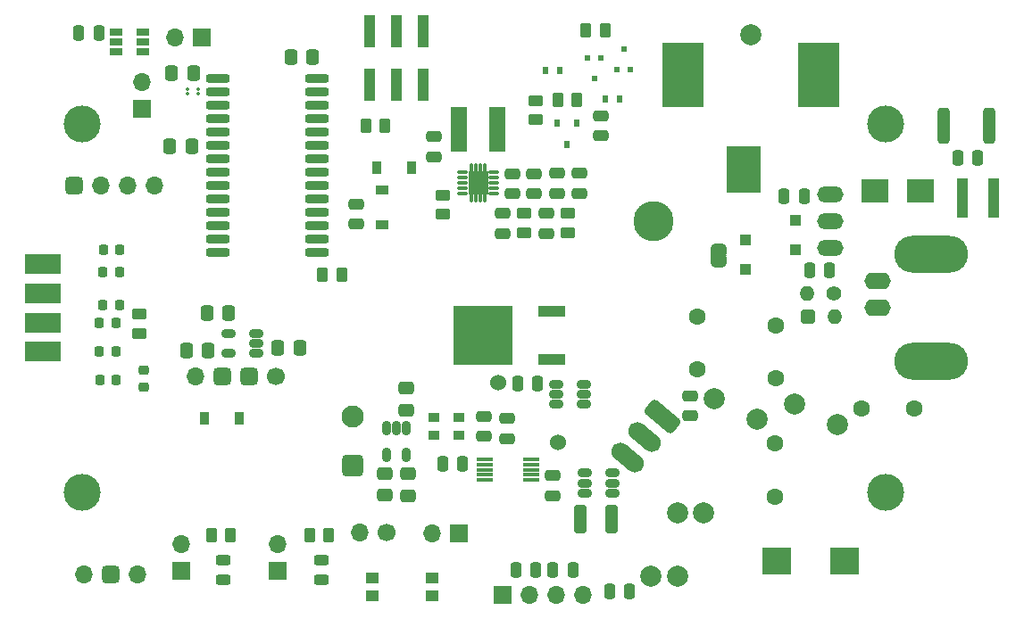
<source format=gbr>
%TF.GenerationSoftware,KiCad,Pcbnew,(6.0.4-0)*%
%TF.CreationDate,2023-12-08T20:21:06-05:00*%
%TF.ProjectId,SignalSlinger,5369676e-616c-4536-9c69-6e6765722e6b,rev?*%
%TF.SameCoordinates,Original*%
%TF.FileFunction,Soldermask,Top*%
%TF.FilePolarity,Negative*%
%FSLAX46Y46*%
G04 Gerber Fmt 4.6, Leading zero omitted, Abs format (unit mm)*
G04 Created by KiCad (PCBNEW (6.0.4-0)) date 2023-12-08 20:21:06*
%MOMM*%
%LPD*%
G01*
G04 APERTURE LIST*
G04 Aperture macros list*
%AMRoundRect*
0 Rectangle with rounded corners*
0 $1 Rounding radius*
0 $2 $3 $4 $5 $6 $7 $8 $9 X,Y pos of 4 corners*
0 Add a 4 corners polygon primitive as box body*
4,1,4,$2,$3,$4,$5,$6,$7,$8,$9,$2,$3,0*
0 Add four circle primitives for the rounded corners*
1,1,$1+$1,$2,$3*
1,1,$1+$1,$4,$5*
1,1,$1+$1,$6,$7*
1,1,$1+$1,$8,$9*
0 Add four rect primitives between the rounded corners*
20,1,$1+$1,$2,$3,$4,$5,0*
20,1,$1+$1,$4,$5,$6,$7,0*
20,1,$1+$1,$6,$7,$8,$9,0*
20,1,$1+$1,$8,$9,$2,$3,0*%
%AMHorizOval*
0 Thick line with rounded ends*
0 $1 width*
0 $2 $3 position (X,Y) of the first rounded end (center of the circle)*
0 $4 $5 position (X,Y) of the second rounded end (center of the circle)*
0 Add line between two ends*
20,1,$1,$2,$3,$4,$5,0*
0 Add two circle primitives to create the rounded ends*
1,1,$1,$2,$3*
1,1,$1,$4,$5*%
%AMFreePoly0*
4,1,22,0.500000,-0.750000,0.000000,-0.750000,0.000000,-0.745033,-0.079941,-0.743568,-0.215256,-0.701293,-0.333266,-0.622738,-0.424486,-0.514219,-0.481581,-0.384460,-0.499164,-0.250000,-0.500000,-0.250000,-0.500000,0.250000,-0.499164,0.250000,-0.499963,0.256109,-0.478152,0.396186,-0.417904,0.524511,-0.324060,0.630769,-0.204165,0.706417,-0.067858,0.745374,0.000000,0.744959,0.000000,0.750000,
0.500000,0.750000,0.500000,-0.750000,0.500000,-0.750000,$1*%
%AMFreePoly1*
4,1,20,0.000000,0.744959,0.073905,0.744508,0.209726,0.703889,0.328688,0.626782,0.421226,0.519385,0.479903,0.390333,0.500000,0.250000,0.500000,-0.250000,0.499851,-0.262216,0.476331,-0.402017,0.414519,-0.529596,0.319384,-0.634700,0.198574,-0.708877,0.061801,-0.746166,0.000000,-0.745033,0.000000,-0.750000,-0.500000,-0.750000,-0.500000,0.750000,0.000000,0.750000,0.000000,0.744959,
0.000000,0.744959,$1*%
G04 Aperture macros list end*
%ADD10R,1.700000X1.700000*%
%ADD11O,1.700000X1.700000*%
%ADD12RoundRect,0.070000X-0.140000X-0.140000X0.140000X-0.140000X0.140000X0.140000X-0.140000X0.140000X0*%
%ADD13O,0.990000X0.420000*%
%ADD14C,0.720000*%
%ADD15RoundRect,0.060000X-0.115000X-0.300000X0.115000X-0.300000X0.115000X0.300000X-0.115000X0.300000X0*%
%ADD16RoundRect,0.060000X-0.325000X-0.450000X0.325000X-0.450000X0.325000X0.450000X-0.325000X0.450000X0*%
%ADD17RoundRect,0.060000X-0.125000X-0.350000X0.125000X-0.350000X0.125000X0.350000X-0.125000X0.350000X0*%
%ADD18RoundRect,0.060000X-0.850000X-1.075000X0.850000X-1.075000X0.850000X1.075000X-0.850000X1.075000X0*%
%ADD19RoundRect,0.218750X-0.218750X-0.256250X0.218750X-0.256250X0.218750X0.256250X-0.218750X0.256250X0*%
%ADD20RoundRect,0.250000X-0.262500X-0.450000X0.262500X-0.450000X0.262500X0.450000X-0.262500X0.450000X0*%
%ADD21RoundRect,0.250000X0.337500X0.475000X-0.337500X0.475000X-0.337500X-0.475000X0.337500X-0.475000X0*%
%ADD22RoundRect,0.250000X-0.150000X0.400000X-0.150000X-0.400000X0.150000X-0.400000X0.150000X0.400000X0*%
%ADD23RoundRect,0.350000X-0.350000X-0.350000X0.350000X-0.350000X0.350000X0.350000X-0.350000X0.350000X0*%
%ADD24O,1.400000X1.400000*%
%ADD25RoundRect,0.243750X0.456250X-0.243750X0.456250X0.243750X-0.456250X0.243750X-0.456250X-0.243750X0*%
%ADD26RoundRect,0.250000X-0.475000X0.250000X-0.475000X-0.250000X0.475000X-0.250000X0.475000X0.250000X0*%
%ADD27RoundRect,0.250000X0.450000X-0.262500X0.450000X0.262500X-0.450000X0.262500X-0.450000X-0.262500X0*%
%ADD28R,1.500000X4.200000*%
%ADD29R,0.600000X0.700000*%
%ADD30R,2.500000X2.300000*%
%ADD31RoundRect,0.218750X0.218750X0.256250X-0.218750X0.256250X-0.218750X-0.256250X0.218750X-0.256250X0*%
%ADD32R,1.000000X3.150000*%
%ADD33C,1.700000*%
%ADD34C,1.524000*%
%ADD35C,0.600000*%
%ADD36RoundRect,0.250000X0.475000X-0.250000X0.475000X0.250000X-0.475000X0.250000X-0.475000X-0.250000X0*%
%ADD37R,0.470000X0.600000*%
%ADD38C,2.000000*%
%ADD39R,3.300000X4.400000*%
%ADD40R,3.900000X6.200000*%
%ADD41RoundRect,0.250000X-0.450000X0.262500X-0.450000X-0.262500X0.450000X-0.262500X0.450000X0.262500X0*%
%ADD42RoundRect,0.250000X0.475000X-0.337500X0.475000X0.337500X-0.475000X0.337500X-0.475000X-0.337500X0*%
%ADD43C,3.500000*%
%ADD44RoundRect,0.250000X-0.337500X-0.475000X0.337500X-0.475000X0.337500X0.475000X-0.337500X0.475000X0*%
%ADD45RoundRect,0.250000X0.250000X0.475000X-0.250000X0.475000X-0.250000X-0.475000X0.250000X-0.475000X0*%
%ADD46R,1.220000X0.970000*%
%ADD47R,1.100000X1.100000*%
%ADD48C,0.350000*%
%ADD49R,0.970000X1.220000*%
%ADD50RoundRect,0.250000X-0.475000X0.337500X-0.475000X-0.337500X0.475000X-0.337500X0.475000X0.337500X0*%
%ADD51RoundRect,0.220000X-0.400000X-0.150000X0.400000X-0.150000X0.400000X0.150000X-0.400000X0.150000X0*%
%ADD52RoundRect,0.250000X-0.250000X-0.475000X0.250000X-0.475000X0.250000X0.475000X-0.250000X0.475000X0*%
%ADD53R,1.100000X3.700000*%
%ADD54R,1.000000X0.900000*%
%ADD55RoundRect,0.250000X-0.400000X-0.150000X0.400000X-0.150000X0.400000X0.150000X-0.400000X0.150000X0*%
%ADD56C,1.400000*%
%ADD57RoundRect,0.250000X0.875000X0.150000X-0.875000X0.150000X-0.875000X-0.150000X0.875000X-0.150000X0*%
%ADD58RoundRect,0.218750X-0.256250X0.218750X-0.256250X-0.218750X0.256250X-0.218750X0.256250X0.218750X0*%
%ADD59HorizOval,1.699260X-0.689769X0.578785X0.689769X-0.578785X0*%
%ADD60RoundRect,0.424815X1.288262X-0.526424X-0.742131X1.177278X-1.288262X0.526424X0.742131X-1.177278X0*%
%ADD61RoundRect,0.250000X0.400000X0.150000X-0.400000X0.150000X-0.400000X-0.150000X0.400000X-0.150000X0*%
%ADD62RoundRect,0.250000X0.262500X0.450000X-0.262500X0.450000X-0.262500X-0.450000X0.262500X-0.450000X0*%
%ADD63RoundRect,0.250000X0.312500X1.450000X-0.312500X1.450000X-0.312500X-1.450000X0.312500X-1.450000X0*%
%ADD64RoundRect,0.060000X-0.700000X-0.150000X0.700000X-0.150000X0.700000X0.150000X-0.700000X0.150000X0*%
%ADD65O,2.500000X1.600000*%
%ADD66O,7.000000X3.500000*%
%ADD67R,2.770000X2.550000*%
%ADD68FreePoly0,270.000000*%
%ADD69FreePoly1,270.000000*%
%ADD70RoundRect,0.250000X0.325000X1.100000X-0.325000X1.100000X-0.325000X-1.100000X0.325000X-1.100000X0*%
%ADD71R,2.600000X1.060000*%
%ADD72R,5.700000X5.632000*%
%ADD73R,1.200000X1.000000*%
%ADD74RoundRect,0.425000X-0.425000X0.425000X-0.425000X-0.425000X0.425000X-0.425000X0.425000X0.425000X0*%
%ADD75C,1.600000*%
%ADD76C,2.100000*%
%ADD77RoundRect,0.525000X-0.525000X0.525000X-0.525000X-0.525000X0.525000X-0.525000X0.525000X0.525000X0*%
%ADD78C,3.799840*%
%ADD79O,2.499360X1.501140*%
%ADD80RoundRect,0.425000X0.425000X-0.425000X0.425000X0.425000X-0.425000X0.425000X-0.425000X-0.425000X0*%
%ADD81R,3.480000X1.846667*%
G04 APERTURE END LIST*
D10*
%TO.C,J104*%
X61270000Y-114320000D03*
D11*
X61270000Y-111780000D03*
%TD*%
D12*
%TO.C,U203*%
X87631000Y-76550000D03*
D13*
X87916000Y-76550000D03*
X87916000Y-77050000D03*
D12*
X87631000Y-77050000D03*
D13*
X87916000Y-77550000D03*
D12*
X87631000Y-77550000D03*
X87631000Y-78050000D03*
D13*
X87916000Y-78050000D03*
X87916000Y-78550000D03*
D12*
X87631000Y-78550000D03*
D13*
X90866000Y-78550000D03*
D12*
X91151000Y-78550000D03*
X91151000Y-78050000D03*
D13*
X90866000Y-78050000D03*
X90866000Y-77550000D03*
D12*
X91151000Y-77550000D03*
X91151000Y-77050000D03*
D13*
X90866000Y-77050000D03*
D12*
X91151000Y-76550000D03*
D13*
X90866000Y-76550000D03*
D14*
X88891000Y-77050000D03*
D15*
X89991000Y-76125000D03*
X89591000Y-78975000D03*
X89591000Y-76125000D03*
D14*
X88891000Y-78050000D03*
D16*
X89826000Y-76990000D03*
D17*
X89991000Y-76125000D03*
D16*
X88956000Y-76990000D03*
D17*
X89591000Y-78975000D03*
D14*
X89391000Y-77550000D03*
D15*
X89191000Y-76125000D03*
D16*
X88956000Y-78110000D03*
D17*
X89991000Y-78975000D03*
D15*
X89991000Y-78975000D03*
D16*
X89826000Y-78110000D03*
D15*
X88791000Y-76125000D03*
D17*
X89191000Y-78975000D03*
D14*
X89891000Y-78050000D03*
D18*
X89391000Y-77550000D03*
D14*
X89891000Y-77050000D03*
D17*
X88791000Y-76125000D03*
X89191000Y-76125000D03*
D15*
X88791000Y-78975000D03*
D17*
X88791000Y-78975000D03*
X89591000Y-76125000D03*
D15*
X89191000Y-78975000D03*
%TD*%
D19*
%TO.C,D106*%
X53472500Y-93550000D03*
X55047500Y-93550000D03*
%TD*%
D20*
%TO.C,R104*%
X64080000Y-110970000D03*
X65905000Y-110970000D03*
%TD*%
D21*
%TO.C,C102*%
X73697500Y-65560000D03*
X71622500Y-65560000D03*
%TD*%
D22*
%TO.C,U202*%
X82609792Y-100780000D03*
X81659792Y-100780000D03*
X80709792Y-100780000D03*
X80709792Y-103380000D03*
X82609792Y-103380000D03*
%TD*%
D23*
%TO.C,R1*%
X120660000Y-90220000D03*
D24*
X123200000Y-90220000D03*
%TD*%
D25*
%TO.C,D103*%
X65185000Y-115237500D03*
X65185000Y-113362500D03*
%TD*%
D26*
%TO.C,C108*%
X96450000Y-105340000D03*
X96450000Y-107240000D03*
%TD*%
D10*
%TO.C,J203*%
X57490000Y-70525000D03*
D11*
X57490000Y-67985000D03*
%TD*%
D27*
%TO.C,R202*%
X97920000Y-82272500D03*
X97920000Y-80447500D03*
%TD*%
D28*
%TO.C,L202*%
X87590000Y-72430000D03*
X91190000Y-72430000D03*
%TD*%
D19*
%TO.C,D110*%
X53812500Y-89090000D03*
X55387500Y-89090000D03*
%TD*%
D29*
%TO.C,D201*%
X98750000Y-71870000D03*
X96850000Y-71870000D03*
X97800000Y-73870000D03*
%TD*%
D27*
%TO.C,R103*%
X94890000Y-71542500D03*
X94890000Y-69717500D03*
%TD*%
D30*
%TO.C,D202*%
X131320000Y-78300000D03*
X127020000Y-78300000D03*
%TD*%
D31*
%TO.C,D109*%
X55407500Y-83840000D03*
X53832500Y-83840000D03*
%TD*%
D32*
%TO.C,P101*%
X79080000Y-68205000D03*
X79080000Y-63155000D03*
X81620000Y-68205000D03*
X81620000Y-63155000D03*
X84160000Y-68205000D03*
X84160000Y-63155000D03*
%TD*%
D33*
%TO.C,J101*%
X80750000Y-110685000D03*
D11*
X78210000Y-110685000D03*
%TD*%
D34*
%TO.C,W101*%
X96950000Y-102160000D03*
D35*
X96950000Y-102160000D03*
D34*
X91293146Y-96503146D03*
D35*
X91293146Y-96503146D03*
%TD*%
D36*
%TO.C,C301*%
X109490000Y-99650000D03*
X109490000Y-97750000D03*
%TD*%
%TO.C,C105*%
X89940000Y-101580000D03*
X89940000Y-99680000D03*
%TD*%
D21*
%TO.C,C101*%
X62397500Y-67150000D03*
X60322500Y-67150000D03*
%TD*%
D37*
%TO.C,Q102*%
X102540000Y-66760000D03*
X103840000Y-66760000D03*
X103190000Y-64860000D03*
%TD*%
D21*
%TO.C,C203*%
X72457500Y-93170000D03*
X70382500Y-93170000D03*
%TD*%
D38*
%TO.C,J201*%
X115280000Y-63460000D03*
D39*
X114580000Y-76260000D03*
D40*
X121730000Y-67260000D03*
X108830000Y-67260000D03*
%TD*%
D41*
%TO.C,R203*%
X93750000Y-80447500D03*
X93750000Y-82272500D03*
%TD*%
D42*
%TO.C,C210*%
X82760000Y-107217500D03*
X82760000Y-105142500D03*
%TD*%
D26*
%TO.C,C212*%
X92610000Y-76670000D03*
X92610000Y-78570000D03*
%TD*%
D10*
%TO.C,J103*%
X87600000Y-110825000D03*
D11*
X85060000Y-110825000D03*
%TD*%
D36*
%TO.C,C213*%
X94650000Y-78580000D03*
X94650000Y-76680000D03*
%TD*%
D43*
%TO.C,REF\u002A\u002A*%
X51855000Y-71950000D03*
%TD*%
D44*
%TO.C,C103*%
X60142500Y-74020000D03*
X62217500Y-74020000D03*
%TD*%
D41*
%TO.C,R106*%
X57260000Y-90007500D03*
X57260000Y-91832500D03*
%TD*%
D45*
%TO.C,C216*%
X53410000Y-63330000D03*
X51510000Y-63330000D03*
%TD*%
%TO.C,C204*%
X136770000Y-75190000D03*
X134870000Y-75190000D03*
%TD*%
%TO.C,C107*%
X87920000Y-104170000D03*
X86020000Y-104170000D03*
%TD*%
D26*
%TO.C,C211*%
X95840000Y-80440000D03*
X95840000Y-82340000D03*
%TD*%
D37*
%TO.C,Q101*%
X101060000Y-65690000D03*
X99760000Y-65690000D03*
X100410000Y-67590000D03*
%TD*%
D25*
%TO.C,D104*%
X74525000Y-115237500D03*
X74525000Y-113362500D03*
%TD*%
D46*
%TO.C,D204*%
X80260000Y-78200000D03*
X80260000Y-81500000D03*
%TD*%
D47*
%TO.C,D113*%
X114780000Y-82980000D03*
X114780000Y-85780000D03*
%TD*%
D20*
%TO.C,R105*%
X73422500Y-110970000D03*
X75247500Y-110970000D03*
%TD*%
D43*
%TO.C,REF\u002A\u002A*%
X128055000Y-71950000D03*
%TD*%
D36*
%TO.C,C205*%
X77840000Y-81450000D03*
X77840000Y-79550000D03*
%TD*%
D48*
%TO.C,X101*%
X61870000Y-69070000D03*
X62870000Y-69070000D03*
X62870000Y-68650000D03*
X61870000Y-68650000D03*
%TD*%
D36*
%TO.C,C106*%
X92100000Y-101820000D03*
X92100000Y-99920000D03*
%TD*%
D45*
%TO.C,R107*%
X94850000Y-114270000D03*
X92950000Y-114270000D03*
%TD*%
D36*
%TO.C,C215*%
X99030000Y-78530000D03*
X99030000Y-76630000D03*
%TD*%
D21*
%TO.C,C202*%
X65727500Y-89880000D03*
X63652500Y-89880000D03*
%TD*%
D49*
%TO.C,D203*%
X66760000Y-99850000D03*
X63460000Y-99850000D03*
%TD*%
D26*
%TO.C,C207*%
X85160000Y-73150000D03*
X85160000Y-75050000D03*
%TD*%
D50*
%TO.C,C209*%
X80570000Y-105112500D03*
X80570000Y-107187500D03*
%TD*%
D51*
%TO.C,U204*%
X55020000Y-63180000D03*
X55020000Y-64130000D03*
X55020000Y-65080000D03*
X57620000Y-65080000D03*
X57620000Y-64130000D03*
X57620000Y-63180000D03*
%TD*%
D29*
%TO.C,D101*%
X101420000Y-69540000D03*
X102820000Y-69540000D03*
%TD*%
D20*
%TO.C,R205*%
X74627500Y-86230000D03*
X76452500Y-86230000D03*
%TD*%
D52*
%TO.C,C113*%
X120840000Y-85830000D03*
X122740000Y-85830000D03*
%TD*%
D19*
%TO.C,D112*%
X53492500Y-96250000D03*
X55067500Y-96250000D03*
%TD*%
D47*
%TO.C,D114*%
X119475000Y-81087500D03*
X119475000Y-83887500D03*
%TD*%
D45*
%TO.C,C114*%
X120310000Y-78770000D03*
X118410000Y-78770000D03*
%TD*%
D52*
%TO.C,C109*%
X93160000Y-96540000D03*
X95060000Y-96540000D03*
%TD*%
D44*
%TO.C,C201*%
X61742500Y-93460000D03*
X63817500Y-93460000D03*
%TD*%
D53*
%TO.C,L201*%
X138290000Y-79000000D03*
X135290000Y-79000000D03*
%TD*%
D54*
%TO.C,X102*%
X87530000Y-99830000D03*
X85230000Y-99830000D03*
X85230000Y-101530000D03*
X87530000Y-101530000D03*
%TD*%
D29*
%TO.C,D102*%
X97140000Y-66830000D03*
X95740000Y-66830000D03*
%TD*%
D55*
%TO.C,U103*%
X96787500Y-96650000D03*
X96787500Y-97600000D03*
X96787500Y-98550000D03*
X99387500Y-98550000D03*
X99387500Y-97600000D03*
X99387500Y-96650000D03*
%TD*%
D10*
%TO.C,J106*%
X70410000Y-114320000D03*
D11*
X70410000Y-111780000D03*
%TD*%
D56*
%TO.C,R2*%
X123100000Y-88040000D03*
D24*
X120560000Y-88040000D03*
%TD*%
D57*
%TO.C,U101*%
X74120000Y-84115000D03*
X74120000Y-82845000D03*
X74120000Y-81575000D03*
X74120000Y-80305000D03*
X74120000Y-79035000D03*
X74120000Y-77765000D03*
X74120000Y-76495000D03*
X74120000Y-75225000D03*
X74120000Y-73955000D03*
X74120000Y-72685000D03*
X74120000Y-71415000D03*
X74120000Y-70145000D03*
X74120000Y-68875000D03*
X74120000Y-67605000D03*
X64720000Y-67605000D03*
X64720000Y-68875000D03*
X64720000Y-70145000D03*
X64720000Y-71415000D03*
X64720000Y-72685000D03*
X64720000Y-73955000D03*
X64720000Y-75225000D03*
X64720000Y-76495000D03*
X64720000Y-77765000D03*
X64720000Y-79035000D03*
X64720000Y-80305000D03*
X64720000Y-81575000D03*
X64720000Y-82845000D03*
X64720000Y-84115000D03*
%TD*%
D31*
%TO.C,D108*%
X55367500Y-86020000D03*
X53792500Y-86020000D03*
%TD*%
D41*
%TO.C,R201*%
X86030000Y-78707500D03*
X86030000Y-80532500D03*
%TD*%
D26*
%TO.C,C104*%
X101000000Y-71170000D03*
X101000000Y-73070000D03*
%TD*%
D45*
%TO.C,R108*%
X98380000Y-114270000D03*
X96480000Y-114270000D03*
%TD*%
D58*
%TO.C,D111*%
X57700000Y-95332500D03*
X57700000Y-96907500D03*
%TD*%
D59*
%TO.C,Q103*%
X103577319Y-103585753D03*
X105210000Y-101640000D03*
D60*
X106842681Y-99694247D03*
%TD*%
D61*
%TO.C,U104*%
X102100000Y-106970000D03*
X102100000Y-106020000D03*
X102100000Y-105070000D03*
X99500000Y-105070000D03*
X99500000Y-106020000D03*
X99500000Y-106970000D03*
%TD*%
D62*
%TO.C,R204*%
X80562500Y-72100000D03*
X78737500Y-72100000D03*
%TD*%
D63*
%TO.C,F201*%
X137837500Y-72130000D03*
X133562500Y-72130000D03*
%TD*%
D38*
%TO.C,L301*%
X111810000Y-97995100D03*
X115810000Y-99938200D03*
%TD*%
%TO.C,L101*%
X105790000Y-114860000D03*
X108290000Y-108860000D03*
X108290000Y-114860000D03*
X110790000Y-108860000D03*
%TD*%
D64*
%TO.C,U102*%
X89990000Y-103750000D03*
X89990000Y-104250000D03*
X89990000Y-104750000D03*
X89990000Y-105250000D03*
X89990000Y-105750000D03*
X94390000Y-105750000D03*
X94390000Y-105250000D03*
X94390000Y-104750000D03*
X94390000Y-104250000D03*
X94390000Y-103750000D03*
%TD*%
D49*
%TO.C,D205*%
X83060000Y-76080000D03*
X79760000Y-76080000D03*
%TD*%
D65*
%TO.C,J301*%
X127275000Y-89412500D03*
X127275000Y-86872500D03*
D66*
X132355000Y-84332500D03*
X132355000Y-94492500D03*
%TD*%
D10*
%TO.C,J204*%
X63175000Y-63710000D03*
D11*
X60635000Y-63710000D03*
%TD*%
D31*
%TO.C,D105*%
X55027500Y-90800000D03*
X53452500Y-90800000D03*
%TD*%
D67*
%TO.C,C111*%
X117670000Y-113460000D03*
X124130000Y-113460000D03*
%TD*%
D68*
%TO.C,J109*%
X112180000Y-83760000D03*
D69*
X112180000Y-85060000D03*
%TD*%
D70*
%TO.C,C110*%
X102055000Y-109480000D03*
X99105000Y-109480000D03*
%TD*%
D50*
%TO.C,C206*%
X82560000Y-97022500D03*
X82560000Y-99097500D03*
%TD*%
D26*
%TO.C,C208*%
X91700000Y-80430000D03*
X91700000Y-82330000D03*
%TD*%
D10*
%TO.C,TP101*%
X91750000Y-116680000D03*
D11*
X94290000Y-116680000D03*
X96830000Y-116680000D03*
X99370000Y-116680000D03*
%TD*%
D62*
%TO.C,R101*%
X101432500Y-63030000D03*
X99607500Y-63030000D03*
%TD*%
D36*
%TO.C,C214*%
X96880000Y-78520000D03*
X96880000Y-76620000D03*
%TD*%
D71*
%TO.C,D107*%
X96380000Y-94296000D03*
D72*
X89820000Y-92010000D03*
D71*
X96380000Y-89724000D03*
%TD*%
D43*
%TO.C,REF\u002A\u002A*%
X128055000Y-106875000D03*
%TD*%
%TO.C,REF\u002A\u002A*%
X51855000Y-106875000D03*
%TD*%
D38*
%TO.C,L302*%
X123430000Y-100494900D03*
X119430000Y-98551800D03*
%TD*%
D20*
%TO.C,R102*%
X96937500Y-69680000D03*
X98762500Y-69680000D03*
%TD*%
D52*
%TO.C,C112*%
X101870000Y-116330000D03*
X103770000Y-116330000D03*
%TD*%
D73*
%TO.C,SW101*%
X84990000Y-115030000D03*
X79390000Y-115030000D03*
X79390000Y-116730000D03*
X84990000Y-116730000D03*
%TD*%
D61*
%TO.C,U201*%
X68340000Y-93700000D03*
X68340000Y-92750000D03*
X68340000Y-91800000D03*
X65740000Y-91800000D03*
X65740000Y-93700000D03*
%TD*%
D11*
%TO.C,J102*%
X52045000Y-114710000D03*
D74*
X54585000Y-114710000D03*
D11*
X57125000Y-114710000D03*
%TD*%
D75*
%TO.C,C305*%
X125760000Y-98940000D03*
X130760000Y-98940000D03*
%TD*%
%TO.C,C303*%
X117580000Y-107290000D03*
X117580000Y-102290000D03*
%TD*%
D74*
%TO.C,J105*%
X51052500Y-77750000D03*
D11*
X53592500Y-77750000D03*
X56132500Y-77750000D03*
X58672500Y-77750000D03*
%TD*%
D75*
%TO.C,C304*%
X117660000Y-91110000D03*
X117660000Y-96110000D03*
%TD*%
D76*
%TO.C,BT201*%
X77520000Y-99750000D03*
D77*
X77520000Y-104350000D03*
%TD*%
D75*
%TO.C,C302*%
X110150000Y-95250000D03*
X110150000Y-90250000D03*
%TD*%
D78*
%TO.C,U105*%
X105995160Y-81200000D03*
D79*
X122759160Y-78660000D03*
X122759160Y-81200000D03*
X122759160Y-83740000D03*
%TD*%
D33*
%TO.C,MOD201*%
X70197500Y-95890000D03*
D80*
X67657500Y-95890000D03*
X65117500Y-95890000D03*
D11*
X62577500Y-95890000D03*
%TD*%
D81*
%TO.C,J107*%
X48102500Y-85257500D03*
X48102500Y-88027500D03*
X48102500Y-90797500D03*
X48102500Y-93567500D03*
%TD*%
G36*
X112872121Y-84260002D02*
G01*
X112918614Y-84313658D01*
X112930000Y-84366000D01*
X112930000Y-84434000D01*
X112909998Y-84502121D01*
X112856342Y-84548614D01*
X112804000Y-84560000D01*
X111566000Y-84560000D01*
X111497879Y-84539998D01*
X111451386Y-84486342D01*
X111440000Y-84434000D01*
X111440000Y-84366000D01*
X111460002Y-84297879D01*
X111513658Y-84251386D01*
X111566000Y-84240000D01*
X112804000Y-84240000D01*
X112872121Y-84260002D01*
G37*
M02*

</source>
